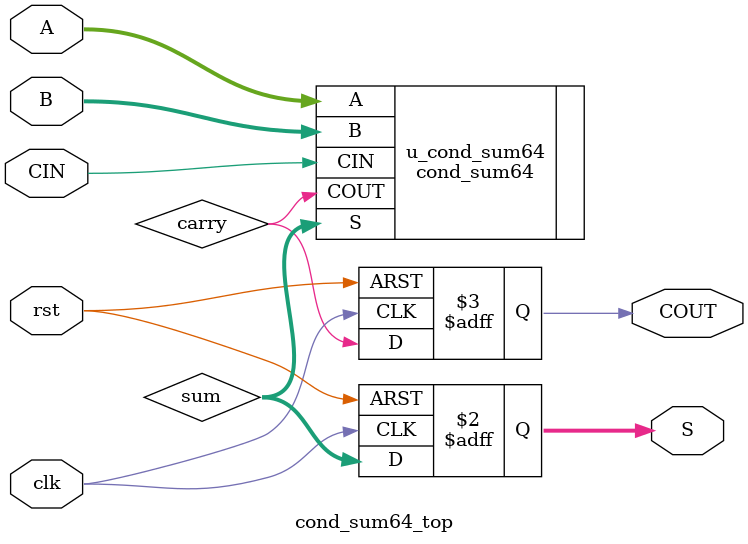
<source format=v>
module cond_sum64_top ( clk, rst, A, B, CIN, S, COUT );

input             clk, rst;
input      [63:0] A, B;
input             CIN;
output reg [63:0] S;
output reg        COUT;

wire [63:0] sum;
wire carry;

cond_sum64 u_cond_sum64 (.A(A[63:0]), .B(B[63:0]), .CIN(CIN), .S(sum), .COUT(carry) );

always @(posedge clk, posedge rst)
begin
  if(rst)
  begin
    S <= 64'd0;
    COUT <= 1'b0;
  end
  else
  begin
    S <= sum;
    COUT <= carry;
  end
end

endmodule


</source>
